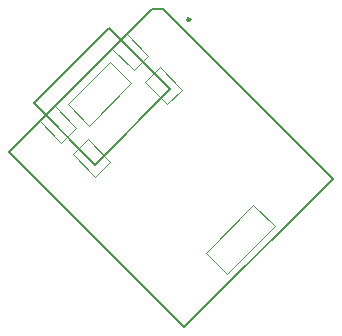
<source format=gbr>
%TF.GenerationSoftware,KiCad,Pcbnew,(6.0.1)*%
%TF.CreationDate,2022-02-09T22:22:52-05:00*%
%TF.ProjectId,herringbone_macro_pad,68657272-696e-4676-926f-6e655f6d6163,rev?*%
%TF.SameCoordinates,Original*%
%TF.FileFunction,Legend,Bot*%
%TF.FilePolarity,Positive*%
%FSLAX46Y46*%
G04 Gerber Fmt 4.6, Leading zero omitted, Abs format (unit mm)*
G04 Created by KiCad (PCBNEW (6.0.1)) date 2022-02-09 22:22:52*
%MOMM*%
%LPD*%
G01*
G04 APERTURE LIST*
%ADD10C,0.066040*%
%ADD11C,0.127000*%
%ADD12C,0.254000*%
G04 APERTURE END LIST*
D10*
%TO.C,U1*%
X119218604Y-53610878D02*
X117422553Y-51814827D01*
D11*
X125499395Y-43727208D02*
X139873193Y-58101006D01*
D10*
X121014655Y-48222724D02*
X117422553Y-51814827D01*
X124247547Y-47683909D02*
X122990311Y-48941145D01*
X134934052Y-62142121D02*
X130892937Y-66183237D01*
D11*
X126110052Y-50552203D02*
X120910484Y-45352634D01*
X114547075Y-51716044D02*
X119746643Y-56915612D01*
D10*
X134934052Y-62142121D02*
X133138001Y-60346070D01*
X124247547Y-47683909D02*
X122361694Y-45798055D01*
X116255119Y-51904629D02*
X114997884Y-53161865D01*
X118140973Y-53790483D02*
X116883737Y-55047719D01*
D11*
X139873193Y-58101006D02*
X127288262Y-70685937D01*
D10*
X118140973Y-53790483D02*
X116255119Y-51904629D01*
X121016451Y-56665961D02*
X119128801Y-54778311D01*
X125235376Y-48671737D02*
X123978140Y-49928973D01*
X116883737Y-55047719D02*
X114997884Y-53161865D01*
X122810706Y-50018775D02*
X121014655Y-48222724D01*
X133138001Y-60346070D02*
X129096886Y-64387185D01*
D11*
X112440307Y-55837981D02*
X124551080Y-43727208D01*
D10*
X122810706Y-50018775D02*
X119218604Y-53610878D01*
X119128801Y-54778311D02*
X117871566Y-56035547D01*
X122361694Y-45798055D02*
X121104458Y-47055291D01*
X119759215Y-57923197D02*
X117871566Y-56035547D01*
X127123025Y-50559387D02*
X125235376Y-48671737D01*
D11*
X127288262Y-70685937D02*
X112440307Y-55837981D01*
D10*
X122990311Y-48941145D02*
X121104458Y-47055291D01*
X127123025Y-50559387D02*
X125865790Y-51816623D01*
X121016451Y-56665961D02*
X119759215Y-57923197D01*
D11*
X124551080Y-43727208D02*
X125499395Y-43727208D01*
D10*
X130892937Y-66183237D02*
X129096886Y-64387185D01*
X125865790Y-51816623D02*
X123978140Y-49928973D01*
D11*
X119746643Y-56915612D02*
X126110052Y-50552203D01*
X120906892Y-45356227D02*
X114547075Y-51716044D01*
D12*
X127787045Y-44630622D02*
G75*
G03*
X127787045Y-44630622I-127000J0D01*
G01*
%TD*%
M02*

</source>
